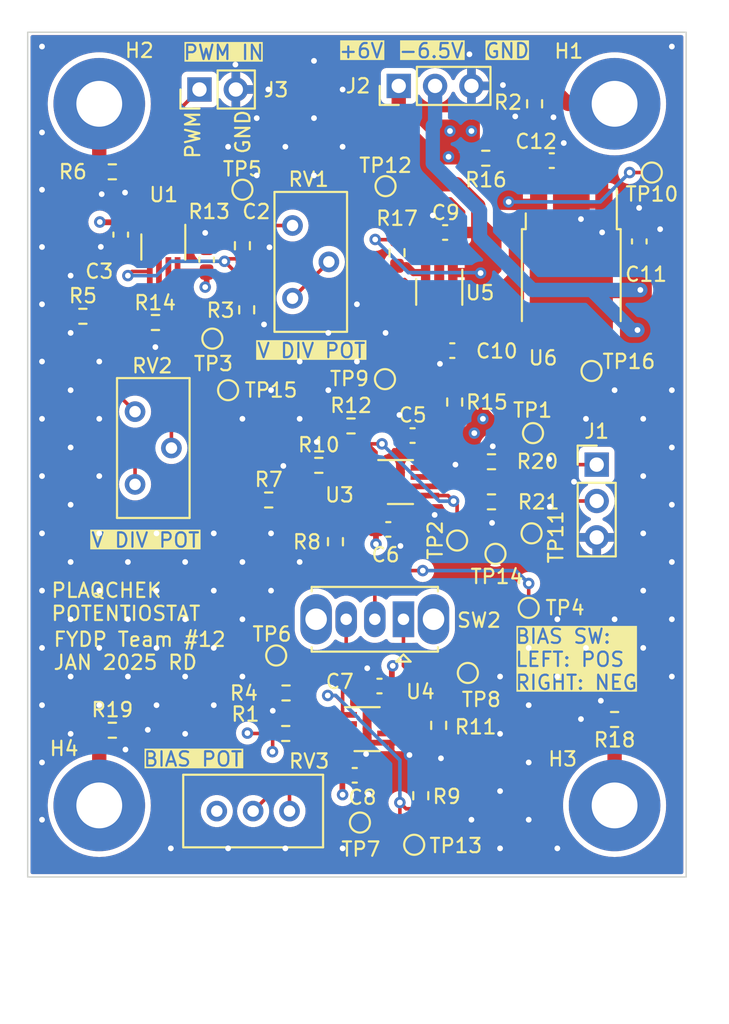
<source format=kicad_pcb>
(kicad_pcb (version 20221018) (generator pcbnew)
  (layers (0 "F.Cu" signal) (1 "In1.Cu" signal) (2 "In2.Cu" signal) (31 "B.Cu" signal) (34 "B.Paste" user) (35 "F.Paste" user) (36 "B.SilkS" user "B.Silkscreen") (37 "F.SilkS" user "F.Silkscreen") (38 "B.Mask" user) (39 "F.Mask" user) (44 "Edge.Cuts" user))
  (net 0 "")
  (net 1 "GND")
  (net 2 "+5VA")
  (net 3 "-5VA")
  (net 4 "+6V")
  (net 5 "/5V_R")
  (net 6 "-6V5")
  (net 7 "/-5V_R")
  (net 8 "/WORKING_ELEC")
  (net 9 "/REF_ELEC")
  (net 10 "/VDAC_POT_PWM_3V3")
  (net 11 "Net-(U1B-+)")
  (net 12 "Net-(U4A-+)")
  (net 13 "Net-(U1B--)")
  (net 14 "Net-(R14-Pad2)")
  (net 15 "Net-(U3A-+)")
  (net 16 "/VBIAS_POT")
  (net 17 "Net-(U4B--)")
  (net 18 "/VBIAS_POT_P")
  (net 19 "Net-(U3A--)")
  (net 20 "/VBIAS_POT_N")
  (net 21 "Net-(U3B-+)")
  (net 22 "Net-(U1A--)")
  (net 23 "Net-(U5-EN)")
  (net 25 "Net-(H1-Pad1)")
  (net 26 "Net-(H2-Pad1)")
  (net 27 "Net-(H3-Pad1)")
  (net 28 "Net-(H4-Pad1)")
  (net 29 "Net-(R20-Pad2)")
  (net 30 "Net-(U3B--)")
  (footprint "Potentiometer_THT:Potentiometer_Bourns_3296Y_Vertical" (layer "F.Cu") (at 151.5 113.5 90)
    (fp_text reference "RV2")
    (fp_text value "100kR")
  )
  (footprint "TestPoint:TestPoint_Pad_D1.0mm" (layer "F.Cu") (at 156.9 108.4)
    (fp_text reference "TP3")
    (fp_text value "NINV_AMP")
  )
  (footprint "Potentiometer_THT:Potentiometer_Bourns_3296W_Vertical" (layer "F.Cu") (at 157.21 141.3975 180)
    (fp_text reference "RV3")
    (fp_text value "1MegR")
  )
  (footprint "Package_TO_SOT_SMD:TO-252-2" (layer "F.Cu") (at 181.975 104.065 -90)
    (fp_text reference "U6")
    (fp_text value "MC79M05_TO252")
  )
  (footprint "TestPoint:TestPoint_Pad_D1.0mm" (layer "F.Cu") (at 167.21 142.1975 -90)
    (fp_text reference "TP7")
    (fp_text value "BIAS_RDIV")
  )
  (footprint "Resistor_SMD:R_0603_1608Metric_Pad0.98x0.95mm_HandSolder" (layer "F.Cu") (at 173.83 112.83 90)
    (fp_text reference "R15")
    (fp_text value "0")
  )
  (footprint "Button_Switch_THT:SW_Slide_1P2T_CK_OS102011MS2Q" (layer "F.Cu") (at 170.25 128 180)
    (fp_text reference "SW2")
    (fp_text value "SW_SPDT")
  )
  (footprint "TestPoint:TestPoint_Pad_D1.0mm" (layer "F.Cu") (at 169 97.75)
    (fp_text reference "TP12")
    (fp_text value "RDIV")
  )
  (footprint "TestPoint:TestPoint_Pad_D1.0mm" (layer "F.Cu") (at 179.3 115)
    (fp_text reference "TP1")
    (fp_text value "WE")
  )
  (footprint "TestPoint:TestPoint_Pad_D1.0mm" (layer "F.Cu") (at 158 112)
    (fp_text reference "TP15")
    (fp_text value "TestPoint")
  )
  (footprint "MountingHole:MountingHole_3.2mm_M3_Pad" (layer "F.Cu") (at 149 141)
    (fp_text reference "H4")
    (fp_text value "MountingHole_Pad")
  )
  (footprint "Resistor_SMD:R_0603_1608Metric_Pad0.98x0.95mm_HandSolder" (layer "F.Cu") (at 169.8 102.4 90)
    (fp_text reference "R17")
    (fp_text value "0")
  )
  (footprint "TestPoint:TestPoint_Pad_D1.0mm" (layer "F.Cu") (at 179 127.2)
    (fp_text reference "TP4")
    (fp_text value "TestPoint")
  )
  (footprint "Capacitor_SMD:C_0603_1608Metric_Pad1.08x0.95mm_HandSolder" (layer "F.Cu") (at 156.5 102.8875 -90)
    (fp_text reference "C2")
    (fp_text value "0.1uF")
  )
  (footprint "Connector_PinHeader_2.54mm:PinHeader_1x02_P2.54mm_Vertical" (layer "F.Cu") (at 156 91 90)
    (fp_text reference "J3")
    (fp_text value "Conn_01x02")
  )
  (footprint "Capacitor_SMD:C_0603_1608Metric_Pad1.08x0.95mm_HandSolder" (layer "F.Cu") (at 166.8475 138.8975 180)
    (fp_text reference "C8")
    (fp_text value "0.1uF")
  )
  (footprint "Resistor_SMD:R_0603_1608Metric_Pad0.98x0.95mm_HandSolder" (layer "F.Cu") (at 149.9125 135.75)
    (fp_text reference "R19")
    (fp_text value "0R")
  )
  (footprint "Resistor_SMD:R_0603_1608Metric_Pad0.98x0.95mm_HandSolder" (layer "F.Cu") (at 165.5 122.5825 90)
    (fp_text reference "R8")
    (fp_text value "10k")
  )
  (footprint "MountingHole:MountingHole_3.2mm_M3_Pad" (layer "F.Cu") (at 185 141)
    (fp_text reference "H3")
    (fp_text value "MountingHole_Pad")
  )
  (footprint "TestPoint:TestPoint_Pad_D1.0mm" (layer "F.Cu") (at 174 122.5)
    (fp_text reference "TP2")
    (fp_text value "SUM")
  )
  (footprint "Resistor_SMD:R_0603_1608Metric_Pad0.98x0.95mm_HandSolder" (layer "F.Cu") (at 160.8375 119.67)
    (fp_text reference "R7")
    (fp_text value "10k")
  )
  (footprint "Capacitor_SMD:C_0603_1608Metric_Pad1.08x0.95mm_HandSolder" (layer "F.Cu") (at 173.1625 100.9875 180)
    (fp_text reference "C9")
    (fp_text value "1uF")
  )
  (footprint "Resistor_SMD:R_0603_1608Metric_Pad0.98x0.95mm_HandSolder" (layer "F.Cu") (at 166.5875 114.5)
    (fp_text reference "R12")
    (fp_text value "300")
  )
  (footprint "Capacitor_SMD:C_0603_1608Metric_Pad1.08x0.95mm_HandSolder" (layer "F.Cu") (at 170.8875 115.17)
    (fp_text reference "C5")
    (fp_text value "0.1uF")
  )
  (footprint "Resistor_SMD:R_0603_1608Metric_Pad0.98x0.95mm_HandSolder" (layer "F.Cu") (at 172.71 135.41 -90)
    (fp_text reference "R11")
    (fp_text value "10k")
  )
  (footprint "Resistor_SMD:R_0603_1608Metric_Pad0.98x0.95mm_HandSolder" (layer "F.Cu") (at 162.0475 133.1475)
    (fp_text reference "R4")
    (fp_text value "10k")
  )
  (footprint "Resistor_SMD:R_0603_1608Metric_Pad0.98x0.95mm_HandSolder" (layer "F.Cu") (at 171.46 140.3225 -90)
    (fp_text reference "R9")
    (fp_text value "10k")
  )
  (footprint "Connector_PinHeader_2.54mm:PinHeader_1x03_P2.54mm_Vertical" (layer "F.Cu") (at 183.75 117.2)
    (fp_text reference "J1")
    (fp_text value "Conn_01x03")
  )
  (footprint "Resistor_SMD:R_0603_1608Metric_Pad0.98x0.95mm_HandSolder" (layer "F.Cu") (at 162.024977 135.976329)
    (fp_text reference "R1")
    (fp_text value "10k")
  )
  (footprint "Capacitor_SMD:C_0603_1608Metric_Pad1.08x0.95mm_HandSolder" (layer "F.Cu") (at 150.5 101.1375 90)
    (fp_text reference "C3")
    (fp_text value "0.1uF")
  )
  (footprint "TestPoint:TestPoint_Pad_D1.0mm" (layer "F.Cu") (at 176.68 123.43)
    (fp_text reference "TP14")
    (fp_text value "TestPoint")
  )
  (footprint "Resistor_SMD:R_0603_1608Metric_Pad0.98x0.95mm_HandSolder" (layer "F.Cu") (at 149.9125 96.75)
    (fp_text reference "R6")
    (fp_text value "0R")
  )
  (footprint "Resistor_SMD:R_0603_1608Metric_Pad0.98x0.95mm_HandSolder" (layer "F.Cu") (at 179.4125 92 -90)
    (fp_text reference "R2")
    (fp_text value "0R")
  )
  (footprint "Resistor_SMD:R_0603_1608Metric_Pad0.98x0.95mm_HandSolder" (layer "F.Cu") (at 176.4 117 180)
    (fp_text reference "R20")
    (fp_text value "0R")
  )
  (footprint "Capacitor_SMD:C_0603_1608Metric_Pad1.08x0.95mm_HandSolder" (layer "F.Cu") (at 169.192499 121.724153 180)
    (fp_text reference "C6")
    (fp_text value "0.1uF")
  )
  (footprint "Resistor_SMD:R_0603_1608Metric_Pad0.98x0.95mm_HandSolder" (layer "F.Cu") (at 176.4 119.8 180)
    (fp_text reference "R21")
    (fp_text value "0R")
  )
  (footprint "TestPoint:TestPoint_Pad_D1.0mm" (layer "F.Cu") (at 187.6 96.8)
    (fp_text reference "TP10")
    (fp_text value "-5VA")
  )
  (footprint "Resistor_SMD:R_0603_1608Metric_Pad0.98x0.95mm_HandSolder" (layer "F.Cu") (at 159 101.9125 90)
    (fp_text reference "R13")
    (fp_text value "10k")
  )
  (footprint "TestPoint:TestPoint_Pad_D1.0mm" (layer "F.Cu") (at 174.75 131.75)
    (fp_text reference "TP8")
    (fp_text value "VBIAS_N")
  )
  (footprint "Capacitor_SMD:C_0603_1608Metric_Pad1.08x0.95mm_HandSolder" (layer "F.Cu") (at 173.6625 109.2375 180)
    (fp_text reference "C10")
    (fp_text value "1uF")
  )
  (footprint "TestPoint:TestPoint_Pad_D1.0mm" (layer "F.Cu") (at 168.96 111.23)
    (fp_text reference "TP9")
    (fp_text value "5VA")
  )
  (footprint "Package_TO_SOT_SMD:TSOT-23-8_HandSoldering" (layer "F.Cu") (at 170.04 118.39)
    (fp_text reference "U3")
    (fp_text value "TL082")
  )
  (footprint "Potentiometer_THT:Potentiometer_Bourns_3296Y_Vertical" (layer "F.Cu") (at 162.5 100.5 90)
    (fp_text reference "RV1")
    (fp_text value "100kR")
  )
  (footprint "Package_TO_SOT_SMD:SOT-23-5_HandSoldering" (layer "F.Cu") (at 172.75 105.1375 -90)
    (fp_text reference "U5")
    (fp_text value "TPS7A2050PDBVR")
  )
  (footprint "MountingHole:MountingHole_3.2mm_M3_Pad" (layer "F.Cu") (at 149 92)
    (fp_text reference "H2")
    (fp_text value "MountingHole_Pad")
  )
  (footprint "Capacitor_SMD:C_0603_1608Metric_Pad1.08x0.95mm_HandSolder" (layer "F.Cu") (at 168.575796 132.66447)
    (fp_text reference "C7")
    (fp_text value "0.1uF")
  )
  (footprint "TestPoint:TestPoint_Pad_D1.0mm" (layer "F.Cu") (at 161.36 130.53)
    (fp_text reference "TP6")
    (fp_text value "TestPoint")
  )
  (footprint "Capacitor_SMD:C_0603_1608Metric_Pad1.08x0.95mm_HandSolder" (layer "F.Cu") (at 186.725 101.6125 -90)
    (fp_text reference "C11")
    (fp_text value "0.33uF")
  )
  (footprint "Resistor_SMD:R_0603_1608Metric_Pad0.98x0.95mm_HandSolder" (layer "F.Cu") (at 159.3 106.3875 90)
    (fp_text reference "R3")
    (fp_text value "10k")
  )
  (footprint "Capacitor_SMD:C_0603_1608Metric_Pad1.08x0.95mm_HandSolder" (layer "F.Cu") (at 180.612904 95.96839 180)
    (fp_text reference "C12")
    (fp_text value "1uF")
  )
  (footprint "Connector_PinHeader_2.54mm:PinHeader_1x03_P2.54mm_Vertical" (layer "F.Cu") (at 169.92 90.75 90)
    (fp_text reference "J2")
    (fp_text value "Conn_01x03")
  )
  (footprint "TestPoint:TestPoint_Pad_D1.0mm" (layer "F.Cu") (at 171 143.75)
    (fp_text reference "TP13")
    (fp_text value "VBIAS_P")
  )
  (footprint "Resistor_SMD:R_0603_1608Metric_Pad0.98x0.95mm_HandSolder" (layer "F.Cu") (at 185 135 180)
    (fp_text reference "R18")
    (fp_text value "0R")
  )
  (footprint "Package_TO_SOT_SMD:TSOT-23-8_HandSoldering" (layer "F.Cu") (at 167.71 135.6475)
    (fp_text reference "U4")
    (fp_text value "TL082")
  )
  (footprint "TestPoint:TestPoint_Pad_D1.0mm" (layer "F.Cu") (at 183.39 110.66)
    (fp_text reference "TP16")
    (fp_text value "TestPoint")
  )
  (footprint "TestPoint:TestPoint_Pad_D1.0mm" (layer "F.Cu") (at 159 98)
    (fp_text reference "TP5")
    (fp_text value "BUFF")
  )
  (footprint "Package_TO_SOT_SMD:TSOT-23-8_HandSoldering" (layer "F.Cu") (at 153.5 102 -90)
    (fp_text reference "U1")
    (fp_text value "TL082")
  )
  (footprint "Resistor_SMD:R_0603_1608Metric_Pad0.98x0.95mm_HandSolder" (layer "F.Cu") (at 152.925 107.275)
    (fp_text reference "R14")
    (fp_text value "10k")
  )
  (footprint "Resistor_SMD:R_0603_1608Metric_Pad0.98x0.95mm_HandSolder" (layer "F.Cu") (at 164.3375 117.25)
    (fp_text reference "R10")
    (fp_text value "10k")
  )
  (footprint "TestPoint:TestPoint_Pad_D1.0mm" (layer "F.Cu") (at 179.2 122)
    (fp_text reference "TP11")
    (fp_text value "RE")
  )
  (footprint "Resistor_SMD:R_0603_1608Metric_Pad0.98x0.95mm_HandSolder" (layer "F.Cu") (at 176 95.8)
    (fp_text reference "R16")
    (fp_text value "0")
  )
  (footprint "MountingHole:MountingHole_3.2mm_M3_Pad" (layer "F.Cu") (at 185 92)
    (fp_text reference "H1")
    (fp_text value "MountingHole_Pad")
  )
  (footprint "Resistor_SMD:R_0603_1608Metric_Pad0.98x0.95mm_HandSolder" (layer "F.Cu") (at 147.854955 106.839642)
    (fp_text reference "R5")
    (fp_text value "10k")
  )
  (gr_rect (start 144 87) (end 190 146) (stroke (width 0.1)) (fill none) (layer "Edge.Cuts"))
  (gr_text "BIAS SW:\nLEFT: POS\nRIGHT: NEG" (at 177.99 133) (layer "F.SilkS" knockout) (effects (font (size 1 1) (thickness 0.153) bold) (justify left bottom)))
  (gr_text "V DIV POT" (at 148.36 123.06) (layer "F.SilkS" knockout) (effects (font (size 1 1) (thickness 0.153)) (justify left bottom)))
  (gr_text "PWM IN" (at 154.8 89) (layer "F.SilkS" knockout) (effects (font (size 1 1) (thickness 0.153)) (justify left bottom)))
  (gr_text "GND" (at 159.619124 95.591958 90) (layer "F.SilkS") (effects (font (size 1 1) (thickness 0.153)) (justify left bottom)))
  (gr_text "+6V\n" (at 167.3 88.3) (layer "F.SilkS" knockout) (effects (font (size 1 1) (thickness 0.153))))
  (gr_text "PLAQCHEK\nPOTENTIOSTAT" (at 145.57 128.18) (layer "F.SilkS") (effects (font (size 1 1) (thickness 0.153) bold) (justify left bottom)))
  (gr_text "-6.5V\n" (at 172.2 88.3) (layer "F.SilkS" knockout) (effects (font (size 1 1) (thickness 0.153))))
  (gr_text "PWM" (at 156.120767 95.917562 90) (layer "F.SilkS") (effects (font (size 1 1) (thickness 0.153)) (justify left bottom)))
  (gr_text "BIAS POT" (at 152.01 138.35) (layer "F.SilkS" knockout) (effects (font (size 1 1) (thickness 0.153)) (justify left bottom)))
  (gr_text "FYDP Team #12\nJAN 2025 RD" (at 145.72 131.6) (layer "F.SilkS") (effects (font (size 1 1) (thickness 0.153)) (justify left bottom)))
  (gr_text "V DIV POT" (at 159.95 109.825) (layer "F.SilkS" knockout) (effects (font (size 1 1) (thickness 0.153)) (justify left bottom)))
  (gr_text "GND" (at 177.5 88.3) (layer "F.SilkS" knockout) (effects (font (size 1 1) (thickness 0.153))))
  (segment (start 161.135 134.375) (end 161.12 134.39) (width 0.25) (layer "F.Cu") (net 1))
  (segment (start 172.3 101.9375) (end 172.3 100.9875) (width 0.7) (layer "F.Cu") (net 1))
  (segment (start 172.8 110.189448) (end 172.800374 110.189822) (width 0.8) (layer "F.Cu") (net 1))
  (segment (start 186.725 99.280794) (end 186.713864 99.269658) (width 0.7) (layer "F.Cu") (net 1))
  (segment (start 149.118953 102) (end 149.10904 101.990087) (width 0.4) (layer "F.Cu") (net 1))
  (segment (start 188.175854 100.75) (end 188.182049 100.756195) (width 0.7) (layer "F.Cu") (net 1))
  (segment (start 172.75 109.1875) (end 172.8 109.2375) (width 0.8) (layer "F.Cu") (net 1))
  (segment (start 172.75 102.3875) (end 172.3 101.9375) (width 0.7) (layer "F.Cu") (net 1))
  (segment (start 186.725 100.75) (end 188.175854 100.75) (width 0.7) (layer "F.Cu") (net 1))
  (segment (start 169.68 137.48) (end 170.67 137.48) (width 0.4) (layer "F.Cu") (net 1))
  (segment (start 172.8 109.2375) (end 172.8 110.16) (width 0.8) (layer "F.Cu") (net 1))
  (segment (start 172.75 103.7875) (end 172.75 109.1875) (width 0.7) (layer "F.Cu") (net 1))
  (segment (start 172.3 100.9875) (end 172.3 99.799238) (width 0.7) (layer "F.Cu") (net 1))
  (segment (start 169.42 137.22) (end 169.68 137.48) (width 0.4) (layer "F.Cu") (net 1))
  (segment (start 161.135 133.1475) (end 161.135 134.375) (width 0.25) (layer "F.Cu") (net 1))
  (segment (start 150.825 96.75) (end 150.825 98.175) (width 0.4) (layer "F.Cu") (net 1))
  (segment (start 167.713296 132.66447) (end 167.713296 131.426704) (width 0.25) (layer "F.Cu") (net 1))
  (segment (start 156.5 101.1145) (end 156.4 101.0145) (width 0.4) (layer "F.Cu") (net 1))
  (segment (start 172.8 110.16) (end 172.8 110.189448) (width 0.8) (layer "F.Cu") (net 1))
  (segment (start 150.825 98.175) (end 150.8 98.2) (width 0.4) (layer "F.Cu") (net 1))
  (segment (start 167.713296 131.426704) (end 167.72 131.42) (width 0.25) (layer "F.Cu") (net 1))
  (segment (start 167.64 136.96) (end 167.64 137.41) (width 0.4) (layer "F.Cu") (net 1))
  (segment (start 186.725 100.75) (end 186.725 99.280794) (width 0.7) (layer "F.Cu") (net 1))
  (segment (start 167.9825 136.6175) (end 167.64 136.96) (width 0.4) (layer "F.Cu") (net 1))
  (segment (start 150.5 102) (end 149.118953 102) (width 0.4) (layer "F.Cu") (net 1))
  (segment (start 169.42 136.6175) (end 167.9825 136.6175) (width 0.4) (layer "F.Cu") (net 1))
  (segment (start 169.42 136.6175) (end 169.42 137.22) (width 0.4) (layer "F.Cu") (net 1))
  (segment (start 172.75 103.7875) (end 172.75 102.3875) (width 0.7) (layer "F.Cu") (net 1))
  (segment (start 172.3 99.799238) (end 172.299999 99.799237) (width 0.8) (layer "F.Cu") (net 1))
  (segment (start 156.5 102.025) (end 156.5 101.1145) (width 0.4) (layer "F.Cu") (net 1))
  (via (at 185 128) (size 0.8) (drill 0.4) (layers "F.Cu" "B.Cu") (net 1))
  (via (at 187 126) (size 0.8) (drill 0.4) (layers "F.Cu" "B.Cu") (net 1))
  (via (at 189 132) (size 0.8) (drill 0.4) (layers "F.Cu" "B.Cu") (net 1))
  (via (at 177 144) (size 0.8) (drill 0.4) (layers "F.Cu" "B.Cu") (net 1))
  (via (at 181 144) (size 0.8) (drill 0.4) (layers "F.Cu" "B.Cu") (net 1))
  (via (at 169.97 113.73) (size 0.8) (drill 0.4) (layers "F.Cu" "B.Cu") (net 1))
  (via (at 155 136) (size 0.8) (drill 0.4) (layers "F.Cu" "B.Cu") (net 1))
  (via (at 185 112) (size 0.8) (drill 0.4) (layers "F.Cu" "B.Cu") (net 1))
  (via (at 145 114) (size 0.8) (drill 0.4) (layers "F.Cu" "B.Cu") (net 1))
  (via (at 189 128) (size 0.8) (drill 0.4) (layers "F.Cu" "B.Cu") (net 1))
  (via (at 160 93) (size 0.8) (drill 0.4) (layers "F.Cu" "B.Cu") (net 1))
  (via (at 145 130) (size 0.8) (drill 0.4) (layers "F.Cu" "B.Cu") (net 1))
  (via (at 149 134) (size 0.8) (drill 0.4) (layers "F.Cu" "B.Cu") (net 1))
  (via (at 159 124) (size 0.8) (drill 0.4) (layers "F.Cu" "B.Cu") (net 1))
  (via (at 167.72 131.42) (size 0.8) (drill 0.4) (layers "F.Cu" "B.Cu") (net 1))
  (via (at 164 97) (size 0.8) (drill 0.4) (layers "F.Cu" "B.Cu") (net 1))
  (via (at 150.83 137.1) (size 0.8) (drill 0.4) (layers "F.Cu" "B.Cu") (net 1))
  (via (at 154 144) (size 0.8) (drill 0.4) (layers "F.Cu" "B.Cu") (net 1))
  (via (at 160.81 91) (size 0.8) (drill 0.4) (layers "F.Cu" "B.Cu") (net 1))
  (via (at 166 144) (size 0.8) (drill 0.4) (layers "F.Cu" "B.Cu") (net 1))
  (via (at 167.8 140.23) (size 0.8) (drill 0.4) (layers "F.Cu" "B.Cu") (net 1))
  (via (at 179 130) (size 0.8) (drill 0.4) (layers "F.Cu" "B.Cu") (net 1))
  (via (at 149 126) (size 0.8) (drill 0.4) (layers "F.Cu" "B.Cu") (net 1))
  (via (at 145 94) (size 0.8) (drill 0.4) (layers "F.Cu" "B.Cu") (net 1))
  (via (at 145 118) (size 0.8) (drill 0.4) (layers "F.Cu" "B.Cu") (net 1))
  (via (at 181 128) (size 0.8) (drill 0.4) (layers "F.Cu" "B.Cu") (net 1))
  (via (at 180.43 116.81) (size 0.8) (drill 0.4) (layers "F.Cu" "B.Cu") (net 1))
  (via (at 149 110) (size 0.8) (drill 0.4) (layers "F.Cu" "B.Cu") (net 1))
  (via (at 145 138) (size 0.8) (drill 0.4) (layers "F.Cu" "B.Cu") (net 1))
  (via (at 149 114) (size 0.8) (drill 0.4) (layers "F.Cu" "B.Cu") (net 1))
  (via (at 177 140) (size 0.8) (drill 0.4) (layers "F.Cu" "B.Cu") (net 1))
  (via (at 180.47 120.13) (size 0.8) (drill 0.4) (layers "F.Cu" "B.Cu") (net 1))
  (via (at 183 130) (size 0.8) (drill 0.4) (layers "F.Cu" "B.Cu") (net 1))
  (via (at 164.2 115.62) (size 0.8) (drill 0.4) (layers "F.Cu" "B.Cu") (net 1))
  (via (at 184.04 133.69) (size 0.8) (drill 0.4) (layers "F.Cu" "B.Cu") (net 1))
  (via (at 152.39 135.72) (size 0.8) (drill 0.4) (layers "F.Cu" "B.Cu") (net 1))
  (via (at 166 95) (size 0.8) (drill 0.4) (layers "F.Cu" "B.Cu") (net 1))
  (via (at 145 106) (size 0.8) (drill 0.4) (layers "F.Cu" "B.Cu") (net 1))
  (via (at 149.10904 101.990087) (size 0.8) (drill 0.4) (layers "F.Cu" "B.Cu") (net 1))
  (via (at 158.51 89.26) (size 0.8) (drill 0.4) (layers "F.Cu" "B.Cu") (net 1))
  (via (at 157 134) (size 0.8) (drill 0.4) (layers "F.Cu" "B.Cu") (net 1))
  (via (at 149 122) (size 0.8) (drill 0.4) (layers "F.Cu" "B.Cu") (net 1))
  (via (at 160.51 107.41) (size 0.8) (drill 0.4) (layers "F.Cu" "B.Cu") (net 1))
  (via (at 151 124) (size 0.8) (drill 0.4) (layers "F.Cu" "B.Cu") (net 1))
  (via (at 163 110) (size 0.8) (drill 0.4) (layers "F.Cu" "B.Cu") (net 1))
  (via (at 187 118) (size 0.8) (drill 0.4) (layers "F.Cu" "B.Cu") (net 1))
  (via (at 172.87 137.71) (size 0.8) (drill 0.4) (layers "F.Cu" "B.Cu") (net 1))
  (via (at 147 132) (size 0.8) (drill 0.4) (layers "F.Cu" "B.Cu") (net 1))
  (via (at 147 120) (size 0.8) (drill 0.4) (layers "F.Cu" "B.Cu") (net 1))
  (via (at 147 108) (size 0.8) (drill 0.4) (layers "F.Cu" "B.Cu") (net 1))
  (via (at 189 116) (size 0.8) (drill 0.4) (layers "F.Cu" "B.Cu") (net 1))
  (via (at 189 88) (size 0.8) (drill 0.4) (layers "F.Cu" "B.Cu") (net 1))
  (via (at 158 144) (size 0.8) (drill 0.4) (layers "F.Cu" "B.Cu") (net 1))
  (via (at 182.65 100.05) (size 0.8) (drill 0.4) (layers "F.Cu" "B.Cu") (net 1))
  (via (at 157 130) (size 0.8) (drill 0.4) (layers "F.Cu" "B.Cu") (net 1))
  (via (at 184.13 100.98) (size 0.8) (drill 0.4) (layers "F.Cu" "B.Cu") (net 1))
  (via (at 187 114) (size 0.8) (drill 0.4) (layers "F.Cu" "B.Cu") (net 1))
  (via (at 161.86 117.29) (size 0.8) (drill 0.4) (layers "F.Cu" "B.Cu") (net 1))
  (via (at 179 134) (size 0.8) (drill 0.4) (layers "F.Cu" "B.Cu") (net 1))
  (via (at 170.04 122.88) (size 0.8) (drill 0.4) (layers "F.Cu" "B.Cu") (net 1))
  (via (at 163 124) (size 0.8) (drill 0.4) (layers "F.Cu" "B.Cu") (net 1))
  (via (at 145 134) (size 0.8) (drill 0.4) (layers "F.Cu" "B.Cu") (net 1))
  (via (at 151 128) (size 0.8) (drill 0.4) (layers "F.Cu" "B.Cu") (net 1))
  (via (at 172.299999 99.799237) (size 0.8) (drill 0.4) (layers "F.Cu" "B.Cu") (net 1))
  (via (at 180.73 92.94) (size 0.8) (drill 0.4) (layers "F.Cu" "B.Cu") (net 1))
  (via (at 172.8 110.16) (size 0.8) (drill 0.4) (layers "F.Cu" "B.Cu") (net 1))
  (via (at 145 122) (size 0.8) (drill 0.4) (layers "F.Cu" "B.Cu") (net 1))
  (via (at 147 116) (size 0.8) (drill 0.4) (layers "F.Cu" "B.Cu") (net 1))
  (via (at 158 95) (size 0.8) (drill 0.4) (layers "F.Cu" "B.Cu") (net 1))
  (via (at 147 124) (size 0.8) (drill 0.4) (layers "F.Cu" "B.Cu") (net 1))
  (via (at 145 98) (size 0.8) (drill 0.4) (layers "F.Cu" "B.Cu") (net 1))
  (via (at 159 114) (size 0.8) (drill 0.4) (layers "F.Cu" "B.Cu") (net 1))
  (via (at 165 112) (size 0.8) (drill 0.4) (layers "F.Cu" "B.Cu") (net 1))
  (via (at 175 142) (size 0.8) (drill 0.4) (layers "F.Cu" "B.Cu") (net 1))
  (via (at 179 138) (size 0.8) (drill 0.4) (layers "F.Cu" "B.Cu") (net 1))
  (via (at 187 130) (size 0.8) (drill 0.4) (layers "F.Cu" "B.Cu") (net 1))
  (via (at 145 142) (size 0.8) (drill 0.4) (layers "F.Cu" "B.Cu") (net 1))
  (via (at 163 114) (size 0.8) (drill 0.4) (layers "F.Cu" "B.Cu") (net 1))
  (via (at 173.88 117.2) (size 0.8) (drill 0.4) (layers "F.Cu" "B.Cu") (net 1))
  (via (at 181 132) (size 0.8) (drill 0.4) (layers "F.Cu" "B.Cu") (net 1))
  (via (at 159 132) (size 0.8) (drill 0.4) (layers "F.Cu" "B.Cu") (net 1))
  (via (at 186.713864 99.269658) (size 0.8) (drill 0.4) (layers "F.Cu" "B.Cu") (net 1))
  (via (at 172.43 120.71) (size 0.8) (drill 0.4) (layers "F.Cu" "B.Cu") (net 1))
  (via (at 145 110) (size 0.8) (drill 0.4) (layers "F.Cu" "B.Cu") (net 1))
  (via (at 155 128) (size 0.8) (drill 0.4) (layers "F.Cu" "B.Cu") (net 1))
  (via (at 183 114) (size 0.8) (drill 0.4) (layers "F.Cu" "B.Cu") (net 1))
  (via (at 176.44 121.27) (size 0.8) (drill 0.4) (layers "F.Cu" "B.Cu") (net 1))
  (via (at 157 122) (size 0.8) (drill 0.4) (layers "F.Cu" "B.Cu") (net 1))
  (via (at 161 112) (size 0.8) (drill 0.4) (layers "F.Cu" "B.Cu") (net 1))
  (via (at 145 102) (size 0.8) (drill 0.4) (layers "F.Cu" "B.Cu") (net 1))
  (via (at 147 112) (size 0.8) (drill 0.4) (layers "F.Cu" "B.Cu") (net 1))
  (via (at 153 134) (size 0.8) (drill 0.4) (layers "F.Cu" "B.Cu") (net 1))
  (via (at 162 95) (size 0.8) (drill 0.4) (layers "F.Cu" "B.Cu") (net 1))
  (via (at 167 110) (size 0.8) (drill 0.4) (layers "F.Cu" "B.Cu") (net 1))
  (via (at 182.164258 118.396457) (size 0.8) (drill 0.4) (layers "F.Cu" "B.Cu") (net 1))
  (via (at 161.12 134.39) (size 0.8) (drill 0.4) (layers "F.Cu" "B.Cu") (net 1))
  (via (at 189 120) (size 0.8) (drill 0.4) (layers "F.Cu" "B.Cu") (net 1))
  (via (at 151 132) (size 0.8) (drill 0.4) (layers "F.Cu" "B.Cu") (net 1))
  (via (at 160.89 102.02) (size 0.8) (drill 0.4) (layers "F.Cu" "B.Cu") (net 1))
  (via (at 182.65 134.97) (size 0.8) (drill 0.4) (layers "F.Cu" "B.Cu") (net 1))
  (via (at 149.17 98.31) (size 0.8) (drill 0.4) (layers "F.Cu" "B.Cu") (net 1))
  (via (at 147 128) (size 0.8) (drill 0.4) (layers "F.Cu" "B.Cu") (net 1))
  (via (at 176.49 115.92) (size 0.8) (drill 0.4) (layers "F.Cu" "B.Cu") (net 1))
  (via (at 178.06 92.88) (size 0.8) (drill 0.4) (layers "F.Cu" "B.Cu") (net 1))
  (via (at 167 106) (size 0.8) (drill 0.4) (layers "F.Cu" "B.Cu") (net 1))
  (via (at 155 124) (size 0.8) (drill 0.4) (layers "F.Cu" "B.Cu") (net 1))
  (via (at 177.2 90.69) (size 0.8) (drill 0.4) (layers "F.Cu" "B.Cu") (net 1))
  (via (at 149 118) (size 0.8) (drill 0.4) (layers "F.Cu" "B.Cu") (net 1))
  (via (at 147 136) (size 0.8) (drill 0.4) (layers "F.Cu" "B.Cu") (net 1))
  (via (at 166 91) (size 0.8) (drill 0.4) (layers "F.Cu" "B.Cu") (net 1))
  (via (at 153 122) (size 0.8) (drill 0.4) (layers "F.Cu" "B.Cu") (net 1))
  (via (at 179 142) (size 0.8) (drill 0.4) (layers "F.Cu" "B.Cu") (net 1))
  (via (at 160 97) (size 0.8) (drill 0.4) (layers "F.Cu" "B.Cu") (net 1))
  (via (at 157 126) (size 0.8) (drill 0.4) (layers "F.Cu" "B.Cu") (net 1))
  (via (at 169 108) (size 0.8) (drill 0.4) (layers "F.Cu" "B.Cu") (net 1))
  (via (at 174.86 88.54) (size 0.8) (drill 0.4) (layers "F.Cu" "B.Cu") (net 1))
  (via (at 162 144) (size 0.8) (drill 0.4) (layers "F.Cu" "B.Cu") (net 1))
  (via (at 145 88) (size 0.8) (drill 0.4) (layers "F.Cu" "B.Cu") (net 1))
  (via (at 189 124) (size 0.8) (drill 0.4) (layers "F.Cu" "B.Cu") (net 1))
  (via (at 161 122) (size 0.8) (drill 0.4) (layers "F.Cu" "B.Cu") (net 1))
  (via (at 155 132) (size 0.8) (drill 0.4) (layers "F.Cu" "B.Cu") (net 1))
  (via (at 153 130) (size 0.8) (drill 0.4) (layers "F.Cu" "B.Cu") (net 1))
  (via (at 153 126) (size 0.8) (drill 0.4) (layers "F.Cu" "B.Cu") (net 1))
  (via (at 165 108) (size 0.8) (drill 0.4) (layers "F.Cu" "B.Cu") (net 1))
  (via (at 177 136) (size 0.8) (drill 0.4) (layers "F.Cu" "B.Cu") (net 1))
  (via (at 150.8 98.2) (size 0.8) (drill 0.4) (layers "F.Cu" "B.Cu") (net 1))
  (via (at 164 89) (size 0.8) (drill 0.4) (layers "F.Cu" "B.Cu") (net 1))
  (via (at 167.64 137.41) (size 0.8) (drill 0.4) (layers "F.Cu" "B.Cu") (net 1))
  (via (at 149 130) (size 0.8) (drill 0.4) (layers "F.Cu" "B.Cu") (net 1))
  (via (at 188.182049 100.756195) (size 0.8) (drill 0.4) (layers "F.Cu" "B.Cu") (net 1))
  (via (at 147 104) (size 0.8) (drill 0.4) (layers "F.Cu" "B.Cu") (net 1))
  (via (at 189 112) (size 0.8) (drill 0.4) (layers "F.Cu" "B.Cu") (net 1))
  (via (at 145 126) (size 0.8) (drill 0.4) (layers "F.Cu" "B.Cu") (net 1))
  (via (at 152.92 108.99) (size 0.8) (drill 0.4) (layers "F.Cu" "B.Cu") (net 1))
  (via (at 177 132) (size 0.8) (drill 0.4) (layers "F.Cu" "B.Cu") (net 1))
  (via (at 156.4 101.0145) (size 0.8) (drill 0.4) (layers "F.Cu" "B.Cu") (net 1))
  (via (at 159 128) (size 0.8) (drill 0.4) (layers "F.Cu" "B.Cu") (net 1))
  (via (at 170.67 137.48) (size 0.8) (drill 0.4) (layers "F.Cu" "B.Cu") (net 1))
  (via (at 161 126) (size 0.8) (drill 0.4) (layers "F.Cu" "B.Cu") (net 1))
  (via (at 187 122) (size 0.8) (drill 0.4) (layers "F.Cu" "B.Cu") (net 1))
  (via (at 181.45 94.74) (size 0.8) (drill 0.4) (layers "F.Cu" "B.Cu") (net 1))
  (via (at 164 93) (size 0.8) (drill 0.4) (layers "F.Cu" "B.Cu") (net 1))
  (segment (start 159.376329 135.976329) (end 159.35 135.95) (width 0.25) (layer "F.Cu") (net 2))
  (segment (start 156.46 103.71) (end 156.5 103.75) (width 0.4) (layer "F.Cu") (net 2))
  (segment (start 161.112477 137.237523) (end 161.1 137.25) (width 0.25) (layer "F.Cu") (net 2))
  (segment (start 161.112477 135.976329) (end 159.376329 135.976329) (width 0.25) (layer "F.Cu") (net 2))
  (segment (start 169.478296 134.336704) (end 169.46 134.355) (width 0.4) (layer "F.Cu") (net 2))
  (segment (start 154.47 103.71) (end 156.46 103.71) (width 0.4) (layer "F.Cu") (net 2))
  (segment (start 161.112477 135.976329) (end 161.112477 137.237523) (width 0.25) (layer "F.Cu") (net 2))
  (segment (start 156.5 104.7) (end 156.4 104.8) (width 0.4) (layer "F.Cu") (net 2))
  (segment (start 169.438296 132.66447) (end 169.438296 131.311704) (width 0.4) (layer "F.Cu") (net 2))
  (segment (start 169.478296 132.34197) (end 169.478296 134.336704) (width 0.4) (layer "F.Cu") (net 2))
  (segment (start 169.438296 131.311704) (end 169.5 131.25) (width 0.4) (layer "F.Cu") (net 2))
  (segment (start 156.5 103.75) (end 156.5 104.7) (width 0.4) (layer "F.Cu") (net 2))
  (segment (start 171.75 115.17) (end 171.75 117.42) (width 0.4) (layer "F.Cu") (net 2))
  (via (at 169.5 131.25) (size 0.8) (drill 0.4) (layers "F.Cu" "B.Cu") (net 2))
  (via (at 159.35 135.95) (size 0.8) (drill 0.4) (layers "F.Cu" "B.Cu") (net 2))
  (via (at 175.2 115) (size 0.8) (drill 0.4) (layers "F.Cu" "B.Cu") (net 2))
  (via (at 175.8 114) (size 0.8) (drill 0.4) (layers "F.Cu" "B.Cu") (net 2))
  (via (at 156.4 104.8) (size 0.8) (drill 0.4) (layers "F.Cu" "B.Cu") (net 2))
  (via (at 161.1 137.25) (size 0.8) (drill 0.4) (layers "F.Cu" "B.Cu") (net 2))
  (segment (start 165.985 140.235) (end 166 140.25) (width 0.4) (layer "F.Cu") (net 3))
  (segment (start 166 136.6175) (end 166 138.8825) (width 0.4) (layer "F.Cu") (net 3))
  (segment (start 166 138.8825) (end 165.985 138.8975) (width 0.4) (layer "F.Cu") (net 3))
  (segment (start 168.329999 121.724153) (end 168.33 119.36) (width 0.4) (layer "F.Cu") (net 3))
  (segment (start 152.53 100.29) (end 150.515 100.29) (width 0.4) (layer "F.Cu") (net 3))
  (segment (start 149.058335 100.275) (end 149.03833 100.254995) (width 0.4) (layer "F.Cu") (net 3))
  (segment (start 150.515 100.29) (end 150.5 100.275) (width 0.4) (layer "F.Cu") (net 3))
  (segment (start 168.329999 122.75) (end 168.329999 121.724153) (width 0.4) (layer "F.Cu") (net 3))
  (segment (start 150.5 100.275) (end 149.058335 100.275) (width 0.4) (layer "F.Cu") (net 3))
  (segment (start 165.985 138.8975) (end 165.985 140.235) (width 0.4) (layer "F.Cu") (net 3))
  (via (at 149.03833 100.254995) (size 0.8) (drill 0.4) (layers "F.Cu" "B.Cu") (net 3))
  (via (at 175 93.9) (size 0.8) (drill 0.4) (layers "F.Cu" "B.Cu") (net 3))
  (via (at 166 140.25) (size 0.8) (drill 0.4) (layers "F.Cu" "B.Cu") (net 3))
  (via (at 168.329999 122.75) (size 0.8) (drill 0.4) (layers "F.Cu" "B.Cu") (net 3))
  (via (at 173.4 95.7) (size 0.8) (drill 0.4) (layers "F.Cu" "B.Cu") (net 3))
  (via (at 173.5 93.9) (size 0.8) (drill 0.4) (layers "F.Cu" "B.Cu") (net 3))
  (segment (start 169.92 93.32) (end 169.92 90.75) (width 1) (layer "F.Cu") (net 4))
  (segment (start 172.81 97.62) (end 171.4 96.21) (width 1) (layer "F.Cu") (net 4))
  (segment (start 171.4 96.21) (end 171.4 94.8) (width 1) (layer "F.Cu") (net 4))
  (segment (start 174.025 100.9875) (end 174.025 101.9125) (width 0.7) (layer "F.Cu") (net 4))
  (segment (start 168.2875 101.4875) (end 168.275 101.475) (width 0.25) (layer "F.Cu") (net 4))
  (segment (start 173.7 102.2375) (end 173.7 103.7875) (width 0.7) (layer "F.Cu") (net 4))
  (segment (start 175.475 99.115) (end 173.98 97.62) (width 1) (layer "F.Cu") (net 4))
  (segment (start 175.475 102) (end 175.475 99.115) (width 1) (layer "F.Cu") (net 4))
  (segment (start 173.98 97.62) (end 172.81 97.62) (width 1) (layer "F.Cu") (net 4))
  (segment (start 171.4 94.8) (end 169.92 93.32) (width 1) (layer "F.Cu") (net 4))
  (segment (start 174.025 101.9125) (end 173.7 102.2375) (width 0.7) (layer "F.Cu") (net 4))
  (segment (start 169.8 101.4875) (end 168.2875 101.4875) (width 0.25) (layer "F.Cu") (net 4))
  (via (at 168.275 101.475) (size 0.8) (drill 0.4) (layers "F.Cu" "B.Cu") (net 4))
  (via (at 175.64 103.82) (size 0.8) (drill 0.4) (layers "F.Cu" "B.Cu") (net 4))
  (segment (start 175.61 103.79) (end 170.59 103.79) (width 0.25) (layer "B.Cu") (net 4))
  (segment (start 175.64 103.82) (end 175.61 103.79) (width 0.25) (layer "B.Cu") (net 4))
  (segment (start 170.59 103.79) (end 168.275 101.475) (width 0.25) (layer "B.Cu") (net 4))
  (segment (start 173.3075 111.23) (end 173.8 110.7375) (width 0.25) (layer "F.Cu") (net 5))
  (segment (start 174.525 109.2375) (end 174.525 110.0125) (width 0.7) (layer "F.Cu") (net 5))
  (segment (start 174.525 110.0125) (end 173.8 110.7375) (width 0.7) (layer "F.Cu") (net 5))
  (segment (start 173.8 110.7375) (end 173.8 111.8875) (width 0.7) (layer "F.Cu") (net 5))
  (segment (start 168.96 111.23) (end 173.3075 111.23) (width 0.25) (layer "F.Cu") (net 5))
  (segment (start 173.7 106.4875) (end 173.7 107.5375) (width 0.7) (layer "F.Cu") (net 5))
  (segment (start 173.7 107.5375) (end 174.55 108.3875) (width 0.7) (layer "F.Cu") (net 5))
  (segment (start 173.8 111.8875) (end 173.83 111.9175) (width 0.7) (layer "F.Cu") (net 5))
  (segment (start 174.525 109.2375) (end 174.525 108.4125) (width 0.8) (layer "F.Cu") (net 5))
  (via (at 186.8 105) (size 0.8) (drill 0.4) (layers "F.Cu" "B.Cu") (net 6))
  (via (at 186.6 107.8) (size 0.8) (drill 0.4) (layers "F.Cu" "B.Cu") (net 6))
  (segment (start 172.3 93.544365) (end 172.3 96.155635) (width 1) (layer "B.Cu") (net 6))
  (segment (start 179.254873 105) (end 183.4 105) (width 1) (layer "B.Cu") (net 6))
  (segment (start 175.6 99.455635) (end 175.6 101.345127) (width 1) (layer "B.Cu") (net 6))
  (segment (start 172.46 90.75) (end 172.46 93.384365) (width 1) (layer "B.Cu") (net 6))
  (segment (start 175.6 101.345127) (end 179.254873 105) (width 1) (layer "B.Cu") (net 6))
  (segment (start 172.46 93.384365) (end 172.3 93.544365) (width 1) (layer "B.Cu") (net 6))
  (segment (start 183.4 105) (end 186.8 105) (width 1) (layer "B.Cu") (net 6))
  (segment (start 183.4 105) (end 186.2 107.8) (width 1) (layer "B.Cu") (net 6))
  (segment (start 172.3 96.155635) (end 175.6 99.455635) (width 1) (layer "B.Cu") (net 6))
  (segment (start 186.2 107.8) (end 186.6 107.8) (width 1) (layer "B.Cu") (net 6))
  (segment (start 186.05 96.8) (end 187.6 96.8) (width 0.25) (layer "F.Cu") (net 7))
  (via (at 177.6 98.85) (size 0.8) (drill 0.4) (layers "F.Cu" "B.Cu") (net 7))
  (via (at 186.05 96.8) (size 0.8) (drill 0.4) (layers "F.Cu" "B.Cu") (net 7))
  (segment (start 177.6 98.85) (end 184 98.85) (width 0.25) (layer "B.Cu") (net 7))
  (segment (start 184 98.85) (end 186.05 96.8) (width 0.25) (layer "B.Cu") (net 7))
  (segment (start 178.3 118.15) (end 181.05 118.15) (width 0.25) (layer "F.Cu") (net 8))
  (segment (start 179.3 117.5) (end 179.3 115) (width 0.25) (layer "F.Cu") (net 8))
  (segment (start 177.3125 117.7125) (end 177.75 118.15) (width 0.25) (layer "F.Cu") (net 8))
  (segment (start 182 117.2) (end 183.75 117.2) (width 0.25) (layer "F.Cu") (net 8))
  (segment (start 178.65 118.15) (end 179.3 117.5) (width 0.25) (layer "F.Cu") (net 8))
  (segment (start 181.05 118.15) (end 182 117.2) (width 0.25) (layer "F.Cu") (net 8))
  (segment (start 177.3125 117) (end 177.3125 117.7125) (width 0.25) (layer "F.Cu") (net 8))
  (segment (start 177.75 118.15) (end 178.3 118.15) (width 0.25) (layer "F.Cu") (net 8))
  (segment (start 178.3 118.15) (end 178.65 118.15) (width 0.25) (layer "F.Cu") (net 8))
  (segment (start 178.8 118.6) (end 179.2 119) (width 0.25) (layer "F.Cu") (net 9))
  (segment (start 178.8 118.6) (end 181 118.6) (width 0.25) (layer "F.Cu") (net 9))
  (segment (start 179.2 119) (end 179.2 122) (width 0.25) (layer "F.Cu") (net 9))
  (segment (start 177.8 118.6) (end 178.8 118.6) (width 0.25) (layer "F.Cu") (net 9))
  (segment (start 182.14 119.74) (end 183.75 119.74) (width 0.25) (layer "F.Cu") (net 9))
  (segment (start 177.3125 119.8) (end 177.3125 119.0875) (width 0.25) (layer "F.Cu") (net 9))
  (segment (start 181 118.6) (end 182.14 119.74) (width 0.25) (layer "F.Cu") (net 9))
  (segment (start 177.3125 119.0875) (end 177.8 118.6) (width 0.25) (layer "F.Cu") (net 9))
  (segment (start 153.17 93.83) (end 153.17 100.29) (width 0.25) (layer "F.Cu") (net 10))
  (segment (start 156 91) (end 153.17 93.83) (width 0.25) (layer "F.Cu") (net 10))
  (segment (start 158.75 104) (end 161.75 104) (width 0.25) (layer "F.Cu") (net 11))
  (segment (start 168 97.75) (end 169 97.75) (width 0.25) (layer "F.Cu") (net 11))
  (segment (start 164.29 103.79) (end 162.5 105.58) (width 0.25) (layer "F.Cu") (net 11))
  (segment (start 151.29 103.71) (end 151 104) (width 0.25) (layer "F.Cu") (net 11))
  (segment (start 161.75 104) (end 164.08 104) (width 0.25) (layer "F.Cu") (net 11))
  (segment (start 157.925 102.825) (end 157.75 103) (width 0.25) (layer "F.Cu") (net 11))
  (segment (start 164.08 104) (end 164.29 103.79) (width 0.25) (layer "F.Cu") (net 11))
  (segment (start 161.75 104) (end 168 97.75) (width 0.25) (layer "F.Cu") (net 11))
  (segment (start 159.3 104.55) (end 158.75 104) (width 0.25) (layer "F.Cu") (net 11))
  (segment (start 165.04 103.04) (end 164.29 103.79) (width 0.25) (layer "F.Cu") (net 11))
  (segment (start 159.3 105.475) (end 159.3 104.55) (width 0.25) (layer "F.Cu") (net 11))
  (segment (start 152.53 103.71) (end 151.29 103.71) (width 0.25) (layer "F.Cu") (net 11))
  (segment (start 157.75 103) (end 158.75 104) (width 0.25) (layer "F.Cu") (net 11))
  (segment (start 159 102.825) (end 157.925 102.825) (width 0.25) (layer "F.Cu") (net 11))
  (via (at 157.75 103) (size 0.8) (drill 0.4) (layers "F.Cu" "B.Cu") (net 11))
  (via (at 151 104) (size 0.8) (drill 0.4) (layers "F.Cu" "B.Cu") (net 11))
  (segment (start 154 103) (end 157.75 103) (width 0.25) (layer "B.Cu") (net 11))
  (segment (start 153 104) (end 154 103) (width 0.25) (layer "B.Cu") (net 11))
  (segment (start 151 104) (end 153 104) (width 0.25) (layer "B.Cu") (net 11))
  (segment (start 163.49625 137.09625) (end 164.615 135.9775) (width 0.25) (layer "F.Cu") (net 12))
  (segment (start 165.3475 142.1975) (end 167.21 142.1975) (width 0.25) (layer "F.Cu") (net 12))
  (segment (start 163.49625 140.34625) (end 165.3475 142.1975) (width 0.25) (layer "F.Cu") (net 12))
  (segment (start 162.29 138.8225) (end 162.29 138.3025) (width 0.25) (layer "F.Cu") (net 12))
  (segment (start 162.96 134.3225) (end 162.96 133.1475) (width 0.25) (layer "F.Cu") (net 12))
  (segment (start 164.96 135.9775) (end 162.938648 135.9775) (width 0.25) (layer "F.Cu") (net 12))
  (segment (start 162.938648 135.9775) (end 162.937477 135.976329) (width 0.25) (layer "F.Cu") (net 12))
  (segment (start 162.29 141.3975) (end 162.29 138.8225) (width 0.25) (layer "F.Cu") (net 12))
  (segment (start 164.615 135.9775) (end 162.96 134.3225) (width 0.25) (layer "F.Cu") (net 12))
  (segment (start 159.75 141.3975) (end 162.29 138.8575) (width 0.25) (layer "F.Cu") (net 12))
  (segment (start 162.29 138.8575) (end 162.29 138.8225) (width 0.25) (layer "F.Cu") (net 12))
  (segment (start 162.29 138.3025) (end 163.49625 137.09625) (width 0.25) (layer "F.Cu") (net 12))
  (segment (start 164.96 135.9775) (end 164.615 135.9775) (width 0.25) (layer "F.Cu") (net 12))
  (segment (start 163.49625 137.09625) (end 163.49625 140.34625) (width 0.25) (layer "F.Cu") (net 12))
  (segment (start 166 135.9775) (end 164.96 135.9775) (width 0.25) (layer "F.Cu") (net 12))
  (segment (start 153.17 103.71) (end 153.17 104.96) (width 0.25) (layer "F.Cu") (net 13))
  (segment (start 150.5 106.25) (end 149.910358 106.839642) (width 0.25) (layer "F.Cu") (net 13))
  (segment (start 150.5 112.5) (end 151.5 113.5) (width 0.25) (layer "F.Cu") (net 13))
  (segment (start 152.0125 107.275) (end 152.0125 106.1175) (width 0.25) (layer "F.Cu") (net 13))
  (segment (start 151.25 105.5) (end 150.5 106.25) (width 0.25) (layer "F.Cu") (net 13))
  (segment (start 153.17 104.96) (end 152.63 105.5) (width 0.25) (layer "F.Cu") (net 13))
  (segment (start 150.5 106.25) (end 150.5 112.5) (width 0.25) (layer "F.Cu") (net 13))
  (segment (start 152.0125 106.1175) (end 152.63 105.5) (width 0.25) (layer "F.Cu") (net 13))
  (segment (start 149.910358 106.839642) (end 148.767455 106.839642) (width 0.25) (layer "F.Cu") (net 13))
  (segment (start 152.63 105.5) (end 151.25 105.5) (width 0.25) (layer "F.Cu") (net 13))
  (segment (start 159.925 117.925) (end 159.925 119.67) (width 0.25) (layer "F.Cu") (net 14))
  (segment (start 153.83 105) (end 153.83 105.33) (width 0.25) (layer "F.Cu") (net 14))
  (segment (start 155.25 108) (end 155.25 113.25) (width 0.25) (layer "F.Cu") (net 14))
  (segment (start 153.83 107.2675) (end 153.83 105) (width 0.25) (layer "F.Cu") (net 14))
  (segment (start 151.5 118.58) (end 151.5 116.75) (width 0.25) (layer "F.Cu") (net 14))
  (segment (start 153.83 105.33) (end 154.25 105.75) (width 0.25) (layer "F.Cu") (net 14))
  (segment (start 153.8375 107.275) (end 153.83 107.2675) (width 0.25) (layer "F.Cu") (net 14))
  (segment (start 153.83 105) (end 153.83 103.71) (width 0.25) (layer "F.Cu") (net 14))
  (segment (start 155.25 106.75) (end 155.25 108) (width 0.25) (layer "F.Cu") (net 14))
  (segment (start 154.04 114.21) (end 154.04 116.04) (width 0.25) (layer "F.Cu") (net 14))
  (segment (start 155.25 113.25) (end 159.925 117.925) (width 0.25) (layer "F.Cu") (net 14))
  (segment (start 151.5 116.75) (end 154.04 114.21) (width 0.25) (layer "F.Cu") (net 14))
  (segment (start 154.25 105.75) (end 155.25 106.75) (width 0.25) (layer "F.Cu") (net 14))
  (segment (start 155.25 113) (end 154.04 114.21) (width 0.25) (layer "F.Cu") (net 14))
  (segment (start 155.25 108) (end 155.25 113) (width 0.25) (layer "F.Cu") (net 14))
  (segment (start 154.25 105.75) (end 156.9 108.4) (width 0.25) (layer "F.Cu") (net 14))
  (segment (start 165.5 121.67) (end 165.5 119.25) (width 0.25) (layer "F.Cu") (net 15))
  (segment (start 165.5 119.25) (end 166.03 118.72) (width 0.25) (layer "F.Cu") (net 15))
  (segment (start 166.03 118.72) (end 168.33 118.72) (width 0.25) (layer "F.Cu") (net 15))
  (segment (start 165.08 119.67) (end 165.5 119.25) (width 0.25) (layer "F.Cu") (net 15))
  (segment (start 161.75 119.67) (end 165.08 119.67) (width 0.25) (layer "F.Cu") (net 15))
  (segment (start 166.895 123.495) (end 165.5 123.495) (width 0.25) (layer "F.Cu") (net 16))
  (segment (start 168.25 125.95) (end 169 125.2) (width 0.25) (layer "F.Cu") (net 16))
  (segment (start 169.6 124.6) (end 171.6 124.6) (width 0.25) (layer "F.Cu") (net 16))
  (segment (start 168.25 126) (end 168.25 124.85) (width 0.25) (layer "F.Cu") (net 16))
  (segment (start 168.25 126) (end 168.25 125.95) (width 0.25) (layer "F.Cu") (net 16))
  (segment (start 168.25 128) (end 168.25 126) (width 0.25) (layer "F.Cu") (net 16))
  (segment (start 169 125.2) (end 169.6 124.6) (width 0.25) (layer "F.Cu") (net 16))
  (segment (start 168.25 124.85) (end 166.895 123.495) (width 0.25) (layer "F.Cu") (net 16))
  (segment (start 179 125.5) (end 179 127.2) (width 0.25) (layer "F.Cu") (net 16))
  (via (at 171.6 124.6) (size 0.8) (drill 0.4) (layers "F.Cu" "B.Cu") (net 16))
  (via (at 179 125.5) (size 0.8) (drill 0.4) (layers "F.Cu" "B.Cu") (net 16))
  (segment (start 171.6 124.6) (end 178.1 124.6) (width 0.25) (layer "B.Cu") (net 16))
  (segment (start 178.1 124.6) (end 179 125.5) (width 0.25) (layer "B.Cu") (net 16))
  (segment (start 170.615 135.9775) (end 169.42 135.9775) (width 0.25) (layer "F.Cu") (net 17))
  (segment (start 170.96 136.3225) (end 170.615 135.9775) (width 0.25) (layer "F.Cu") (net 17))
  (segment (start 172.71 136.3225) (end 170.96 136.3225) (width 0.25) (layer "F.Cu") (net 17))
  (segment (start 171.46 139.41) (end 171.46 136.8225) (width 0.25) (layer "F.Cu") (net 17))
  (segment (start 171.46 136.8225) (end 170.96 136.3225) (width 0.25) (layer "F.Cu") (net 17))
  (segment (start 170.435 141.235) (end 170 140.8) (width 0.25) (layer "F.Cu") (net 18))
  (segment (start 165.5 133.3225) (end 166 133.8225) (width 0.25) (layer "F.Cu") (net 18))
  (segment (start 166.25 130.76625) (end 166 131.01625) (width 0.25) (layer "F.Cu") (net 18))
  (segment (start 166 134.6775) (end 166 133.8225) (width 0.25) (layer "F.Cu") (net 18))
  (segment (start 166.25 128) (end 166.25 130.76625) (width 0.25) (layer "F.Cu") (net 18))
  (segment (start 166 131.01625) (end 166 133.8225) (width 0.25) (layer "F.Cu") (net 18))
  (segment (start 164.96 133.3225) (end 165.5 133.3225) (width 0.25) (layer "F.Cu") (net 18))
  (segment (start 166 135.3175) (end 166 134.6775) (width 0.25) (layer "F.Cu") (net 18))
  (segment (start 171.46 141.235) (end 170.435 141.235) (width 0.25) (layer "F.Cu") (net 18))
  (segment (start 171 143.75) (end 170 142.75) (width 0.25) (layer "F.Cu") (net 18))
  (segment (start 170 142.75) (end 170 140.8) (width 0.25) (layer "F.Cu") (net 18))
  (via (at 164.96 133.3225) (size 0.8) (drill 0.4) (layers "F.Cu" "B.Cu") (net 18))
  (via (at 170 140.8) (size 0.8) (drill 0.4) (layers "F.Cu" "B.Cu") (net 18))
  (segment (start 167.1 134.9) (end 167.1 134.935305) (width 0.25) (layer "B.Cu") (net 18))
  (segment (start 167.1 134.935305) (end 170 137.835305) (width 0.25) (layer "B.Cu") (net 18))
  (segment (start 170 137.835305) (end 170 140.2) (width 0.25) (layer "B.Cu") (net 18))
  (segment (start 170 140.2) (end 170 140.8) (width 0.25) (layer "B.Cu") (net 18))
  (segment (start 164.96 133.3225) (end 165.5225 133.3225) (width 0.25) (layer "B.Cu") (net 18))
  (segment (start 165.5225 133.3225) (end 167.1 134.9) (width 0.25) (layer "B.Cu") (net 18))
  (segment (start 165.25 117.25) (end 166.27 117.25) (width 0.25) (layer "F.Cu") (net 19))
  (segment (start 166.76 117.74) (end 166.75 117.73) (width 0.25) (layer "F.Cu") (net 19))
  (segment (start 166.75 116.5) (end 165.675 115.425) (width 0.25) (layer "F.Cu") (net 19))
  (segment (start 168.33 118.06) (end 167.08 118.06) (width 0.25) (layer "F.Cu") (net 19))
  (segment (start 165.675 115.425) (end 165.675 114.5) (width 0.25) (layer "F.Cu") (net 19))
  (segment (start 166.27 117.25) (end 166.76 117.74) (width 0.25) (layer "F.Cu") (net 19))
  (segment (start 167.08 118.06) (end 166.76 117.74) (width 0.25) (layer "F.Cu") (net 19))
  (segment (start 166.75 117.73) (end 166.75 116.5) (width 0.25) (layer "F.Cu") (net 19))
  (segment (start 170.25 128) (end 170.25 131.25) (width 0.25) (layer "F.Cu") (net 20))
  (segment (start 171.25 133.6) (end 171.25 133.5) (width 0.25) (layer "F.Cu") (net 20))
  (segment (start 170.965 135.3175) (end 171.26625 135.01625) (width 0.25) (layer "F.Cu") (net 20))
  (segment (start 170.25 131.25) (end 170.9 131.9) (width 0.25) (layer "F.Cu") (net 20))
  (segment (start 169.42 135.3175) (end 170.965 135.3175) (width 0.25) (layer "F.Cu") (net 20))
  (segment (start 171.25 133.5) (end 173 131.75) (width 0.25) (layer "F.Cu") (net 20))
  (segment (start 171.26625 135.01625) (end 171.25 135) (width 0.25) (layer "F.Cu") (net 20))
  (segment (start 171.25 135) (end 171.25 133.6) (width 0.25) (layer "F.Cu") (net 20))
  (segment (start 171.785 134.4975) (end 172.71 134.4975) (width 0.25) (layer "F.Cu") (net 20))
  (segment (start 171.25 133.6) (end 171.25 132.25) (width 0.25) (layer "F.Cu") (net 20))
  (segment (start 173 131.75) (end 174.75 131.75) (width 0.25) (layer "F.Cu") (net 20))
  (segment (start 171.26625 135.01625) (end 171.785 134.4975) (width 0.25) (layer "F.Cu") (net 20))
  (segment (start 171.25 132.25) (end 170.9 131.9) (width 0.25) (layer "F.Cu") (net 20))
  (segment (start 167.5 115.5) (end 167.75 115.75) (width 0.25) (layer "F.Cu") (net 21))
  (segment (start 167.75 115.75) (end 168.75 115.75) (width 0.25) (layer "F.Cu") (net 21))
  (segment (start 174 120) (end 173.75 119.75) (width 0.25) (layer "F.Cu") (net 21))
  (segment (start 167.5 115.5) (end 168.33 116.33) (width 0.25) (layer "F.Cu") (net 21))
  (segment (start 173.36 119.36) (end 171.75 119.36) (width 0.25) (layer "F.Cu") (net 21))
  (segment (start 167.5 114.5) (end 167.5 115.5) (width 0.25) (layer "F.Cu") (net 21))
  (segment (start 174 122.5) (end 174 120) (width 0.25) (layer "F.Cu") (net 21))
  (segment (start 173.75 119.75) (end 173.36 119.36) (width 0.25) (layer "F.Cu") (net 21))
  (segment (start 168.33 116.33) (end 168.33 117.42) (width 0.25) (layer "F.Cu") (net 21))
  (via (at 168.75 115.75) (size 0.8) (drill 0.4) (layers "F.Cu" "B.Cu") (net 21))
  (via (at 173.75 119.75) (size 0.8) (drill 0.4) (layers "F.Cu" "B.Cu") (net 21))
  (segment (start 173.75 119.75) (end 172.75 119.75) (width 0.25) (layer "B.Cu") (net 21))
  (segment (start 172.75 119.75) (end 168.75 115.75) (width 0.25) (layer "B.Cu") (net 21))
  (segment (start 157.5 99.5) (end 159 98) (width 0.25) (layer "F.Cu") (net 22))
  (segment (start 157.04 100.29) (end 157.75 101) (width 0.25) (layer "F.Cu") (net 22))
  (segment (start 156.25 100.29) (end 156.71 100.29) (width 0.25) (layer "F.Cu") (net 22))
  (segment (start 157.75 101) (end 159 101) (width 0.25) (layer "F.Cu") (net 22))
  (segment (start 153.83 100.29) (end 154.47 100.29) (width 0.25) (layer "F.Cu") (net 22))
  (segment (start 161.25 100.5) (end 162.5 100.5) (width 0.25) (layer "F.Cu") (net 22))
  (segment (start 156.71 100.29) (end 157.5 99.5) (width 0.25) (layer "F.Cu") (net 22))
  (segment (start 154.47 100.29) (end 156.25 100.29) (width 0.25) (layer "F.Cu") (net 22))
  (segment (start 158.7 99.5) (end 160.25 99.5) (width 0.25) (layer "F.Cu") (net 22))
  (segment (start 156.8 100.29) (end 157.91 100.29) (width 0.25) (layer "F.Cu") (net 22))
  (segment (start 157.91 100.29) (end 158.7 99.5) (width 0.25) (layer "F.Cu") (net 22))
  (segment (start 156.25 100.29) (end 156.8 100.29) (width 0.25) (layer "F.Cu") (net 22))
  (segment (start 156.8 100.29) (end 157.04 100.29) (width 0.25) (layer "F.Cu") (net 22))
  (segment (start 160.25 99.5) (end 161.25 100.5) (width 0.25) (layer "F.Cu") (net 22))
  (segment (start 171.8 103.7875) (end 170.95 103.7875) (width 0.5) (layer "F.Cu") (net 23))
  (segment (start 170.95 103.7875) (end 170.475 103.3125) (width 0.5) (layer "F.Cu") (net 23))
  (segment (start 170.475 103.3125) (end 169.8 103.3125) (width 0.5) (layer "F.Cu") (net 23))
  (segment (start 181.75 92) (end 180.8375 91.0875) (width 1) (layer "F.Cu") (net 25))
  (segment (start 185 92) (end 181.75 92) (width 1) (layer "F.Cu") (net 25))
  (segment (start 180.8375 91.0875) (end 179.4125 91.0875) (width 1) (layer "F.Cu") (net 25))
  (segment (start 149 96.75) (end 149 92) (width 1) (layer "F.Cu") (net 26))
  (segment (start 185 137.25) (end 185.9125 136.3375) (width 1) (layer "F.Cu") (net 27))
  (segment (start 185 141) (end 185 137.25) (width 1) (layer "F.Cu") (net 27))
  (segment (start 185.9125 136.3375) (end 185.9125 135) (width 1) (layer "F.Cu") (net 27))
  (segment (start 149 135.75) (end 149 141) (width 1) (layer "F.Cu") (net 28))
  (segment (start 175.14 118.06) (end 175.4875 117.7125) (width 0.25) (layer "F.Cu") (net 29))
  (segment (start 171.75 118.06) (end 175.14 118.06) (width 0.25) (layer "F.Cu") (net 29))
  (segment (start 175.4875 117.7125) (end 175.4875 117) (width 0.25) (layer "F.Cu") (net 29))
  (segment (start 175.4875 119.0875) (end 175.4875 119.8) (width 0.25) (layer "F.Cu") (net 30))
  (segment (start 175.12 118.72) (end 175.4875 119.0875) (width 0.25) (layer "F.Cu") (net 30))
  (segment (start 171.75 118.72) (end 175.12 118.72) (width 0.25) (layer "F.Cu") (net 30))
  (zone (net 1) (net_name "GND") (layer "F.Cu") (connect_pads (clearance 0.4)) (min_thickness 0.25) (fill yes (thermal_gap 0.4) (thermal_bridge_width 0.6))
    (polygon (pts (xy 142.5 84.75) (xy 192.75 84.75) (xy 192.75 150.5) (xy 142.5 150.5)))
  )
  (zone (net 2) (net_name "+5VA") (layer "F.Cu") (priority 3) (connect_pads (clearance 0.5)) (min_thickness 0.25) (fill yes (thermal_gap 0.5) (thermal_bridge_width 0.5) (smoothing chamfer) (radius 1))
    (polygon (pts (xy 171.49 113.09) (xy 176.93 113.11) (xy 176.86 115.88) (xy 171.49 115.83)))
  )
  (zone (net 7) (net_name "/-5V_R") (layer "F.Cu") (priority 7) (connect_pads (clearance 0.5)) (min_thickness 0.25) (fill yes (thermal_gap 0.5) (thermal_bridge_width 0.8))
    (polygon (pts (xy 176.5 95.4) (xy 180.297023 95.401744) (xy 180.297023 99.451744) (xy 176.5 99.4)))
  )
  (zone (net 6) (net_name "-6V5") (layer "F.Cu") (priority 6) (connect_pads (clearance 0.5)) (min_thickness 0.25) (fill yes (thermal_gap 0.5) (thermal_bridge_width 0.5) (smoothing chamfer) (radius 1))
    (polygon (pts (xy 187.6 101.8) (xy 187.6 109.2) (xy 178.4 109.2) (xy 178.4 101.8)))
  )
  (zone (net 4) (net_name "+6V") (layer "F.Cu") (priority 5) (connect_pads (clearance 0.5)) (min_thickness 0.25) (fill yes (thermal_gap 0.5) (thermal_bridge_width 0.8) (smoothing chamfer) (radius 1))
    (polygon (pts (xy 173.4 100.3) (xy 177.1 100.2) (xy 177.1 104.675) (xy 173.4 104.675)))
  )
  (zone (net 3) (net_name "-5VA") (layer "F.Cu") (priority 7) (connect_pads (clearance 0.5)) (min_thickness 0.25) (fill yes (thermal_gap 0.5) (thermal_bridge_width 0.8))
    (polygon (pts (xy 172.6 93.1) (xy 175.588681 93.100761) (xy 175.590193 96.23198) (xy 172.594913 96.238112)))
  )
  (zone (net 1) (net_name "GND") (layer "B.Cu") (connect_pads (clearance 0.4)) (min_thickness 0.25) (fill yes (thermal_gap 0.4) (thermal_bridge_width 0.6))
    (polygon (pts (xy 142.5 84.75) (xy 192.75 84.75) (xy 192.75 150.5) (xy 142.5 150.5)))
  )
)
</source>
